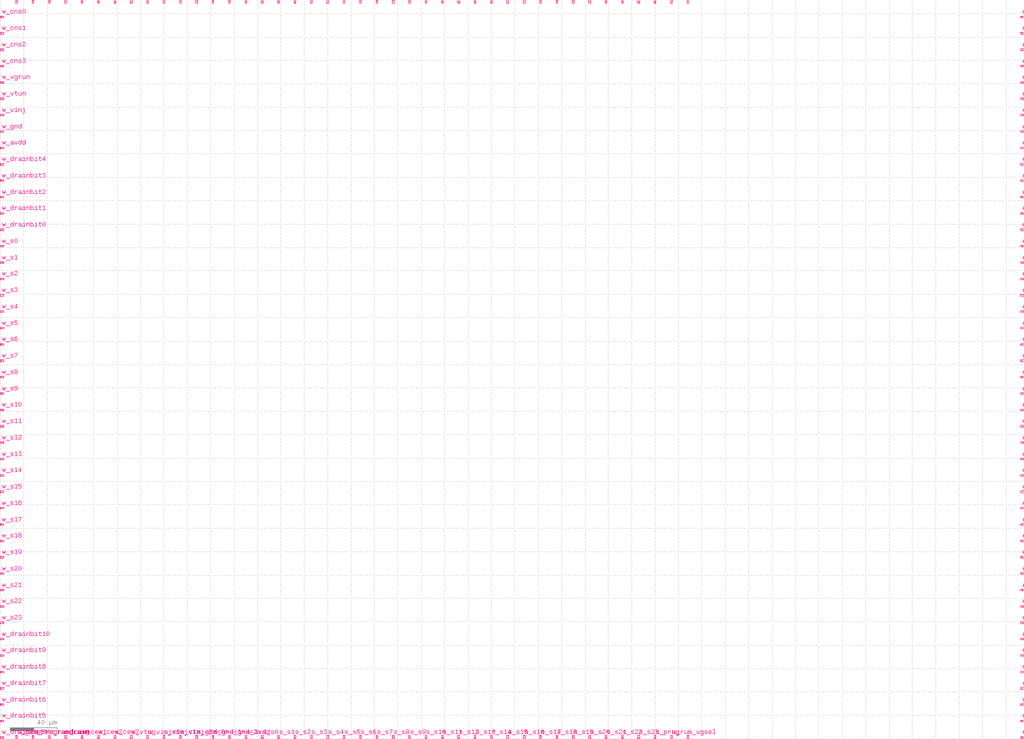
<source format=lef>
VERSION 5.5 ;
NAMESCASESENSITIVE ON ;
BUSBITCHARS "[]" ;
DIVIDERCHAR "/" ;

PROPERTYDEFINITIONS
  LAYER routingPitch REAL ;
END PROPERTYDEFINITIONS

UNITS
  DATABASE MICRONS 1000 ;
END UNITS
MANUFACTURINGGRID 0.01 ;
LAYER POLY1
  TYPE MASTERSLICE ;
END POLY1

LAYER CONT
  TYPE CUT ;
  SPACING 0.4 ;
END CONT

LAYER METAL1
  TYPE ROUTING ;
  DIRECTION HORIZONTAL ;
  PITCH 0 ;
  WIDTH 0.5 ;
  SPACING 0.45 ;
  PROPERTY routingPitch 1.25 ;
END METAL1

LAYER VIA12
  TYPE CUT ;
  SPACING 0.45 ;
END VIA12

LAYER METAL2
  TYPE ROUTING ;
  DIRECTION VERTICAL ;
  PITCH 0 ;
  WIDTH 0.6 ;
  SPACING 0.5 ;
  PROPERTY routingPitch 1.4 ;
END METAL2

LAYER VIA23
  TYPE CUT ;
  SPACING 0.45 ;
END VIA23

LAYER METAL3
  TYPE ROUTING ;
  DIRECTION HORIZONTAL ;
  PITCH 0 ;
  WIDTH 0.6 ;
  SPACING 0.5 ;
  PROPERTY routingPitch 1.25 ;
END METAL3

LAYER VIA34
  TYPE CUT ;
  SPACING 0.45 ;
END VIA34

LAYER METAL4
  TYPE ROUTING ;
  DIRECTION VERTICAL ;
  PITCH 0 ;
  WIDTH 0.6 ;
  SPACING 0.6 ;
  PROPERTY routingPitch 1.4 ;
END METAL4

LAYER OVERLAP
  TYPE OVERLAP ;
END OVERLAP

VIARULE M4_M3 GENERATE
  LAYER METAL3 ;
    ENCLOSURE 0.2 0.2 ;
  LAYER METAL4 ;
    ENCLOSURE 0.15 0.15 ;
  LAYER VIA34 ;
    RECT -0.25 -0.25 0.25 0.25 ;
    SPACING 1 BY 1 ;
END M4_M3

VIARULE M3_M2 GENERATE
  LAYER METAL2 ;
    ENCLOSURE 0.2 0.2 ;
  LAYER METAL3 ;
    ENCLOSURE 0.15 0.15 ;
  LAYER VIA23 ;
    RECT -0.25 -0.25 0.25 0.25 ;
    SPACING 1 BY 1 ;
END M3_M2

VIARULE M2_M1 GENERATE
  LAYER METAL1 ;
    ENCLOSURE 0.2 0.2 ;
  LAYER METAL2 ;
    ENCLOSURE 0.15 0.15 ;
  LAYER VIA12 ;
    RECT -0.25 -0.25 0.25 0.25 ;
    SPACING 1 BY 1 ;
END M2_M1

VIARULE M1_POLY1 GENERATE
  LAYER POLY1 ;
    ENCLOSURE 0.2 0.2 ;
  LAYER METAL1 ;
    ENCLOSURE 0.15 0.15 ;
  LAYER CONT ;
    RECT -0.2 -0.2 0.2 0.2 ;
    SPACING 1 BY 1 ;
END M1_POLY1

VIA M1_POLY1
  LAYER CONT ;
    RECT -0.2 -0.2 0.2 0.2 ;
  LAYER POLY1 ;
    RECT -0.4 -0.4 0.4 0.4 ;
  LAYER METAL1 ;
    RECT -0.35 -0.35 0.35 0.35 ;
END M1_POLY1

VIA M2_M1
  LAYER VIA12 ;
    RECT -0.25 -0.25 0.25 0.25 ;
  LAYER METAL2 ;
    RECT -0.4 -0.4 0.4 0.4 ;
  LAYER METAL1 ;
    RECT -0.45 -0.45 0.45 0.45 ;
END M2_M1

VIA M3_M2
  LAYER VIA23 ;
    RECT -0.25 -0.25 0.25 0.25 ;
  LAYER METAL3 ;
    RECT -0.4 -0.4 0.4 0.4 ;
  LAYER METAL2 ;
    RECT -0.45 -0.45 0.45 0.45 ;
END M3_M2

VIA M4_M3
  LAYER VIA34 ;
    RECT -0.25 -0.25 0.25 0.25 ;
  LAYER METAL4 ;
    RECT -0.4 -0.4 0.4 0.4 ;
  LAYER METAL3 ;
    RECT -0.45 -0.45 0.45 0.45 ;
END M4_M3


MACRO cab1
  PIN n_gateEN
    DIRECTION INOUT ;
    USE SIGNAL ;
    PORT
      LAYER METAL3 ;
        RECT 13.3 564.59 14.7 567.39 ;
    END
  END n_gateEN
  PIN n_programdrain
    DIRECTION INOUT ;
    USE SIGNAL ;
    PORT
      LAYER METAL3 ;
        RECT 27.3 564.59 28.7 567.39 ;
    END
  END n_programdrain
  PIN n_rundrain
    DIRECTION INOUT ;
    USE SIGNAL ;
    PORT
      LAYER METAL3 ;
        RECT 41.3 564.59 42.7 567.39 ;
    END
  END n_rundrain
  PIN n_cew0
    DIRECTION INOUT ;
    USE SIGNAL ;
    PORT
      LAYER METAL3 ;
        RECT 55.3 564.59 56.7 567.39 ;
    END
  END n_cew0
  PIN n_cew1
    DIRECTION INOUT ;
    USE SIGNAL ;
    PORT
      LAYER METAL3 ;
        RECT 69.3 564.59 70.7 567.39 ;
    END
  END n_cew1
  PIN n_cew2
    DIRECTION INOUT ;
    USE SIGNAL ;
    PORT
      LAYER METAL3 ;
        RECT 83.3 564.59 84.7 567.39 ;
    END
  END n_cew2
  PIN n_cew3
    DIRECTION INOUT ;
    USE SIGNAL ;
    PORT
      LAYER METAL3 ;
        RECT 97.3 564.59 98.7 567.39 ;
    END
  END n_cew3
  PIN n_vtun
    DIRECTION INOUT ;
    USE SIGNAL ;
    PORT
      LAYER METAL3 ;
        RECT 111.3 564.59 112.7 567.39 ;
    END
  END n_vtun
  PIN n_vinj<0>
    DIRECTION INOUT ;
    USE SIGNAL ;
    PORT
      LAYER METAL3 ;
        RECT 125.3 564.59 126.7 567.39 ;
    END
  END n_vinj<0>
  PIN n_vinj<1>
    DIRECTION INOUT ;
    USE SIGNAL ;
    PORT
      LAYER METAL3 ;
        RECT 139.3 564.59 140.7 567.39 ;
    END
  END n_vinj<1>
  PIN n_vinj<2>
    DIRECTION INOUT ;
    USE SIGNAL ;
    PORT
      LAYER METAL3 ;
        RECT 153.3 564.59 154.7 567.39 ;
    END
  END n_vinj<2>
  PIN n_gnd<0>
    DIRECTION INOUT ;
    USE SIGNAL ;
    PORT
      LAYER METAL3 ;
        RECT 167.3 564.59 168.7 567.39 ;
    END
  END n_gnd<0>
  PIN n_gnd<1>
    DIRECTION INOUT ;
    USE SIGNAL ;
    PORT
      LAYER METAL3 ;
        RECT 181.3 564.59 182.7 567.39 ;
    END
  END n_gnd<1>
  PIN n_gnd<2>
    DIRECTION INOUT ;
    USE SIGNAL ;
    PORT
      LAYER METAL3 ;
        RECT 195.3 564.59 196.7 567.39 ;
    END
  END n_gnd<2>
  PIN n_avdd
    DIRECTION INOUT ;
    USE SIGNAL ;
    PORT
      LAYER METAL3 ;
        RECT 209.3 564.59 210.7 567.39 ;
    END
  END n_avdd
  PIN n_s0
    DIRECTION INOUT ;
    USE SIGNAL ;
    PORT
      LAYER METAL3 ;
        RECT 223.3 564.59 224.7 567.39 ;
    END
  END n_s0
  PIN n_s1
    DIRECTION INOUT ;
    USE SIGNAL ;
    PORT
      LAYER METAL3 ;
        RECT 237.3 564.59 238.7 567.39 ;
    END
  END n_s1
  PIN n_s2
    DIRECTION INOUT ;
    USE SIGNAL ;
    PORT
      LAYER METAL3 ;
        RECT 251.3 564.59 252.7 567.39 ;
    END
  END n_s2
  PIN n_s3
    DIRECTION INOUT ;
    USE SIGNAL ;
    PORT
      LAYER METAL3 ;
        RECT 265.3 564.59 266.7 567.39 ;
    END
  END n_s3
  PIN n_s4
    DIRECTION INOUT ;
    USE SIGNAL ;
    PORT
      LAYER METAL3 ;
        RECT 279.3 564.59 280.7 567.39 ;
    END
  END n_s4
  PIN n_s5
    DIRECTION INOUT ;
    USE SIGNAL ;
    PORT
      LAYER METAL3 ;
        RECT 293.3 564.59 294.7 567.39 ;
    END
  END n_s5
  PIN n_s6
    DIRECTION INOUT ;
    USE SIGNAL ;
    PORT
      LAYER METAL3 ;
        RECT 307.3 564.59 308.7 567.39 ;
    END
  END n_s6
  PIN n_s7
    DIRECTION INOUT ;
    USE SIGNAL ;
    PORT
      LAYER METAL3 ;
        RECT 321.3 564.59 322.7 567.39 ;
    END
  END n_s7
  PIN n_s8
    DIRECTION INOUT ;
    USE SIGNAL ;
    PORT
      LAYER METAL3 ;
        RECT 335.3 564.59 336.7 567.39 ;
    END
  END n_s8
  PIN n_s9
    DIRECTION INOUT ;
    USE SIGNAL ;
    PORT
      LAYER METAL3 ;
        RECT 349.3 564.59 350.7 567.39 ;
    END
  END n_s9
  PIN n_s10
    DIRECTION INOUT ;
    USE SIGNAL ;
    PORT
      LAYER METAL3 ;
        RECT 363.3 564.59 364.7 567.39 ;
    END
  END n_s10
  PIN n_s11
    DIRECTION INOUT ;
    USE SIGNAL ;
    PORT
      LAYER METAL3 ;
        RECT 377.3 564.59 378.7 567.39 ;
    END
  END n_s11
  PIN n_prog
    DIRECTION INOUT ;
    USE SIGNAL ;
    PORT
      LAYER METAL3 ;
        RECT 391.3 564.59 392.7 567.39 ;
    END
  END n_prog
  PIN n_run
    DIRECTION INOUT ;
    USE SIGNAL ;
    PORT
      LAYER METAL3 ;
        RECT 405.3 564.59 406.7 567.39 ;
    END
  END n_run
  PIN n_vgsel
    DIRECTION INOUT ;
    USE SIGNAL ;
    PORT
      LAYER METAL3 ;
        RECT 419.3 564.59 420.7 567.39 ;
    END
  END n_vgsel
  PIN e_cns0
    DIRECTION INOUT ;
    USE SIGNAL ;
    PORT
      LAYER METAL3 ;
        RECT 872.65 551.99 875.45 553.39 ;
    END
  END e_cns0
  PIN e_cns1
    DIRECTION INOUT ;
    USE SIGNAL ;
    PORT
      LAYER METAL3 ;
        RECT 872.65 537.99 875.45 539.39 ;
    END
  END e_cns1
  PIN e_cns2
    DIRECTION INOUT ;
    USE SIGNAL ;
    PORT
      LAYER METAL3 ;
        RECT 872.65 523.99 875.45 525.39 ;
    END
  END e_cns2
  PIN e_cns3
    DIRECTION INOUT ;
    USE SIGNAL ;
    PORT
      LAYER METAL3 ;
        RECT 872.65 509.99 875.45 511.39 ;
    END
  END e_cns3
  PIN e_vgrun
    DIRECTION INOUT ;
    USE SIGNAL ;
    PORT
      LAYER METAL3 ;
        RECT 872.65 495.99 875.45 497.39 ;
    END
  END e_vgrun
  PIN e_vtun
    DIRECTION INOUT ;
    USE SIGNAL ;
    PORT
      LAYER METAL3 ;
        RECT 872.65 481.99 875.45 483.39 ;
    END
  END e_vtun
  PIN e_vinj
    DIRECTION INOUT ;
    USE SIGNAL ;
    PORT
      LAYER METAL3 ;
        RECT 872.65 467.99 875.45 469.39 ;
    END
  END e_vinj
  PIN e_gnd
    DIRECTION INOUT ;
    USE SIGNAL ;
    PORT
      LAYER METAL3 ;
        RECT 872.65 453.99 875.45 455.39 ;
    END
  END e_gnd
  PIN e_avdd
    DIRECTION INOUT ;
    USE SIGNAL ;
    PORT
      LAYER METAL3 ;
        RECT 872.65 439.99 875.45 441.39 ;
    END
  END e_avdd
  PIN e_drainbit3
    DIRECTION INOUT ;
    USE SIGNAL ;
    PORT
      LAYER METAL3 ;
        RECT 872.65 425.99 875.45 427.39 ;
    END
  END e_drainbit3
  PIN e_drainbit2
    DIRECTION INOUT ;
    USE SIGNAL ;
    PORT
      LAYER METAL3 ;
        RECT 872.65 411.99 875.45 413.39 ;
    END
  END e_drainbit2
  PIN e_drainbit1
    DIRECTION INOUT ;
    USE SIGNAL ;
    PORT
      LAYER METAL3 ;
        RECT 872.65 397.99 875.45 399.39 ;
    END
  END e_drainbit1
  PIN e_drainbit0
    DIRECTION INOUT ;
    USE SIGNAL ;
    PORT
      LAYER METAL3 ;
        RECT 872.65 383.99 875.45 385.39 ;
    END
  END e_drainbit0
  PIN e_s0
    DIRECTION INOUT ;
    USE SIGNAL ;
    PORT
      LAYER METAL3 ;
        RECT 872.65 369.99 875.45 371.39 ;
    END
  END e_s0
  PIN e_s1
    DIRECTION INOUT ;
    USE SIGNAL ;
    PORT
      LAYER METAL3 ;
        RECT 872.65 355.99 875.45 357.39 ;
    END
  END e_s1
  PIN e_s2
    DIRECTION INOUT ;
    USE SIGNAL ;
    PORT
      LAYER METAL3 ;
        RECT 872.65 341.99 875.45 343.39 ;
    END
  END e_s2
  PIN e_s3
    DIRECTION INOUT ;
    USE SIGNAL ;
    PORT
      LAYER METAL3 ;
        RECT 872.65 327.99 875.45 329.39 ;
    END
  END e_s3
  PIN e_s4
    DIRECTION INOUT ;
    USE SIGNAL ;
    PORT
      LAYER METAL3 ;
        RECT 872.65 313.99 875.45 315.39 ;
    END
  END e_s4
  PIN e_s5
    DIRECTION INOUT ;
    USE SIGNAL ;
    PORT
      LAYER METAL3 ;
        RECT 872.65 299.99 875.45 301.39 ;
    END
  END e_s5
  PIN e_s6
    DIRECTION INOUT ;
    USE SIGNAL ;
    PORT
      LAYER METAL3 ;
        RECT 872.65 285.99 875.45 287.39 ;
    END
  END e_s6
  PIN e_s7
    DIRECTION INOUT ;
    USE SIGNAL ;
    PORT
      LAYER METAL3 ;
        RECT 872.65 271.99 875.45 273.39 ;
    END
  END e_s7
  PIN e_s8
    DIRECTION INOUT ;
    USE SIGNAL ;
    PORT
      LAYER METAL3 ;
        RECT 872.65 257.99 875.45 259.39 ;
    END
  END e_s8
  PIN e_s9
    DIRECTION INOUT ;
    USE SIGNAL ;
    PORT
      LAYER METAL3 ;
        RECT 872.65 243.99 875.45 245.39 ;
    END
  END e_s9
  PIN e_s10
    DIRECTION INOUT ;
    USE SIGNAL ;
    PORT
      LAYER METAL3 ;
        RECT 872.65 229.99 875.45 231.39 ;
    END
  END e_s10
  PIN e_s11
    DIRECTION INOUT ;
    USE SIGNAL ;
    PORT
      LAYER METAL3 ;
        RECT 872.65 215.99 875.45 217.39 ;
    END
  END e_s11
  PIN e_drainbit9
    DIRECTION INOUT ;
    USE SIGNAL ;
    PORT
      LAYER METAL3 ;
        RECT 872.65 201.99 875.45 203.39 ;
    END
  END e_drainbit9
  PIN e_drainbit8
    DIRECTION INOUT ;
    USE SIGNAL ;
    PORT
      LAYER METAL3 ;
        RECT 872.65 187.99 875.45 189.39 ;
    END
  END e_drainbit8
  PIN e_drainbit7
    DIRECTION INOUT ;
    USE SIGNAL ;
    PORT
      LAYER METAL3 ;
        RECT 872.65 173.99 875.45 175.39 ;
    END
  END e_drainbit7
  PIN e_drainbit6
    DIRECTION INOUT ;
    USE SIGNAL ;
    PORT
      LAYER METAL3 ;
        RECT 872.65 159.99 875.45 161.39 ;
    END
  END e_drainbit6
  PIN e_drainbit5
    DIRECTION INOUT ;
    USE SIGNAL ;
    PORT
      LAYER METAL3 ;
        RECT 872.65 145.99 875.45 147.39 ;
    END
  END e_drainbit5
  PIN e_drainbit4
    DIRECTION INOUT ;
    USE SIGNAL ;
    PORT
      LAYER METAL3 ;
        RECT 872.65 131.99 875.45 133.39 ;
    END
  END e_drainbit4
  PIN e_drainEN
    DIRECTION INOUT ;
    USE SIGNAL ;
    PORT
      LAYER METAL3 ;
        RECT 872.65 117.99 875.45 119.39 ;
    END
  END e_drainEN
  PIN s_gateEN
    DIRECTION INOUT ;
    USE SIGNAL ;
    PORT
      LAYER METAL3 ;
        RECT 13.3 0.0 14.7 2.8 ;
    END
  END s_gateEN
  PIN s_programdrain
    DIRECTION INOUT ;
    USE SIGNAL ;
    PORT
      LAYER METAL3 ;
        RECT 27.3 0.0 28.7 2.8 ;
    END
  END s_programdrain
  PIN s_rundrain
    DIRECTION INOUT ;
    USE SIGNAL ;
    PORT
      LAYER METAL3 ;
        RECT 41.3 0.0 42.7 2.8 ;
    END
  END s_rundrain
  PIN s_cew0
    DIRECTION INOUT ;
    USE SIGNAL ;
    PORT
      LAYER METAL3 ;
        RECT 55.3 0.0 56.7 2.8 ;
    END
  END s_cew0
  PIN s_cew1
    DIRECTION INOUT ;
    USE SIGNAL ;
    PORT
      LAYER METAL3 ;
        RECT 69.3 0.0 70.7 2.8 ;
    END
  END s_cew1
  PIN s_cew2
    DIRECTION INOUT ;
    USE SIGNAL ;
    PORT
      LAYER METAL3 ;
        RECT 83.3 0.0 84.7 2.8 ;
    END
  END s_cew2
  PIN s_cew3
    DIRECTION INOUT ;
    USE SIGNAL ;
    PORT
      LAYER METAL3 ;
        RECT 97.3 0.0 98.7 2.8 ;
    END
  END s_cew3
  PIN s_vtun
    DIRECTION INOUT ;
    USE SIGNAL ;
    PORT
      LAYER METAL3 ;
        RECT 111.3 0.0 112.7 2.8 ;
    END
  END s_vtun
  PIN s_vinj<0>
    DIRECTION INOUT ;
    USE SIGNAL ;
    PORT
      LAYER METAL3 ;
        RECT 125.3 0.0 126.7 2.8 ;
    END
  END s_vinj<0>
  PIN s_vinj<1>
    DIRECTION INOUT ;
    USE SIGNAL ;
    PORT
      LAYER METAL3 ;
        RECT 139.3 0.0 140.7 2.8 ;
    END
  END s_vinj<1>
  PIN s_vinj<2>
    DIRECTION INOUT ;
    USE SIGNAL ;
    PORT
      LAYER METAL3 ;
        RECT 153.3 0.0 154.7 2.8 ;
    END
  END s_vinj<2>
  PIN s_gnd<0>
    DIRECTION INOUT ;
    USE SIGNAL ;
    PORT
      LAYER METAL3 ;
        RECT 167.3 0.0 168.7 2.8 ;
    END
  END s_gnd<0>
  PIN s_gnd<1>
    DIRECTION INOUT ;
    USE SIGNAL ;
    PORT
      LAYER METAL3 ;
        RECT 181.3 0.0 182.7 2.8 ;
    END
  END s_gnd<1>
  PIN s_gnd<2>
    DIRECTION INOUT ;
    USE SIGNAL ;
    PORT
      LAYER METAL3 ;
        RECT 195.3 0.0 196.7 2.8 ;
    END
  END s_gnd<2>
  PIN s_avdd
    DIRECTION INOUT ;
    USE SIGNAL ;
    PORT
      LAYER METAL3 ;
        RECT 209.3 0.0 210.7 2.8 ;
    END
  END s_avdd
  PIN s_s0
    DIRECTION INOUT ;
    USE SIGNAL ;
    PORT
      LAYER METAL3 ;
        RECT 223.3 0.0 224.7 2.8 ;
    END
  END s_s0
  PIN s_s1
    DIRECTION INOUT ;
    USE SIGNAL ;
    PORT
      LAYER METAL3 ;
        RECT 237.3 0.0 238.7 2.8 ;
    END
  END s_s1
  PIN s_s2
    DIRECTION INOUT ;
    USE SIGNAL ;
    PORT
      LAYER METAL3 ;
        RECT 251.3 0.0 252.7 2.8 ;
    END
  END s_s2
  PIN s_s3
    DIRECTION INOUT ;
    USE SIGNAL ;
    PORT
      LAYER METAL3 ;
        RECT 265.3 0.0 266.7 2.8 ;
    END
  END s_s3
  PIN s_s4
    DIRECTION INOUT ;
    USE SIGNAL ;
    PORT
      LAYER METAL3 ;
        RECT 279.3 0.0 280.7 2.8 ;
    END
  END s_s4
  PIN s_s5
    DIRECTION INOUT ;
    USE SIGNAL ;
    PORT
      LAYER METAL3 ;
        RECT 293.3 0.0 294.7 2.8 ;
    END
  END s_s5
  PIN s_s6
    DIRECTION INOUT ;
    USE SIGNAL ;
    PORT
      LAYER METAL3 ;
        RECT 307.3 0.0 308.7 2.8 ;
    END
  END s_s6
  PIN s_s7
    DIRECTION INOUT ;
    USE SIGNAL ;
    PORT
      LAYER METAL3 ;
        RECT 321.3 0.0 322.7 2.8 ;
    END
  END s_s7
  PIN s_s8
    DIRECTION INOUT ;
    USE SIGNAL ;
    PORT
      LAYER METAL3 ;
        RECT 335.3 0.0 336.7 2.8 ;
    END
  END s_s8
  PIN s_s9
    DIRECTION INOUT ;
    USE SIGNAL ;
    PORT
      LAYER METAL3 ;
        RECT 349.3 0.0 350.7 2.8 ;
    END
  END s_s9
  PIN s_s10
    DIRECTION INOUT ;
    USE SIGNAL ;
    PORT
      LAYER METAL3 ;
        RECT 363.3 0.0 364.7 2.8 ;
    END
  END s_s10
  PIN s_s11
    DIRECTION INOUT ;
    USE SIGNAL ;
    PORT
      LAYER METAL3 ;
        RECT 377.3 0.0 378.7 2.8 ;
    END
  END s_s11
  PIN s_prog
    DIRECTION INOUT ;
    USE SIGNAL ;
    PORT
      LAYER METAL3 ;
        RECT 391.3 0.0 392.7 2.8 ;
    END
  END s_prog
  PIN s_run
    DIRECTION INOUT ;
    USE SIGNAL ;
    PORT
      LAYER METAL3 ;
        RECT 405.3 0.0 406.7 2.8 ;
    END
  END s_run
  PIN s_vgsel
    DIRECTION INOUT ;
    USE SIGNAL ;
    PORT
      LAYER METAL3 ;
        RECT 419.3 0.0 420.7 2.8 ;
    END
  END s_vgsel
  PIN w_cns0
    DIRECTION INOUT ;
    USE SIGNAL ;
    PORT
      LAYER METAL3 ;
        RECT 0.0 551.99 2.8 553.39 ;
    END
  END w_cns0
  PIN w_cns1
    DIRECTION INOUT ;
    USE SIGNAL ;
    PORT
      LAYER METAL3 ;
        RECT 0.0 537.99 2.8 539.39 ;
    END
  END w_cns1
  PIN w_cns2
    DIRECTION INOUT ;
    USE SIGNAL ;
    PORT
      LAYER METAL3 ;
        RECT 0.0 523.99 2.8 525.39 ;
    END
  END w_cns2
  PIN w_cns3
    DIRECTION INOUT ;
    USE SIGNAL ;
    PORT
      LAYER METAL3 ;
        RECT 0.0 509.99 2.8 511.39 ;
    END
  END w_cns3
  PIN w_vgrun
    DIRECTION INOUT ;
    USE SIGNAL ;
    PORT
      LAYER METAL3 ;
        RECT 0.0 495.99 2.8 497.39 ;
    END
  END w_vgrun
  PIN w_vtun
    DIRECTION INOUT ;
    USE SIGNAL ;
    PORT
      LAYER METAL3 ;
        RECT 0.0 481.99 2.8 483.39 ;
    END
  END w_vtun
  PIN w_vinj
    DIRECTION INOUT ;
    USE SIGNAL ;
    PORT
      LAYER METAL3 ;
        RECT 0.0 467.99 2.8 469.39 ;
    END
  END w_vinj
  PIN w_gnd
    DIRECTION INOUT ;
    USE SIGNAL ;
    PORT
      LAYER METAL3 ;
        RECT 0.0 453.99 2.8 455.39 ;
    END
  END w_gnd
  PIN w_avdd
    DIRECTION INOUT ;
    USE SIGNAL ;
    PORT
      LAYER METAL3 ;
        RECT 0.0 439.99 2.8 441.39 ;
    END
  END w_avdd
  PIN w_drainbit3
    DIRECTION INOUT ;
    USE SIGNAL ;
    PORT
      LAYER METAL3 ;
        RECT 0.0 425.99 2.8 427.39 ;
    END
  END w_drainbit3
  PIN w_drainbit2
    DIRECTION INOUT ;
    USE SIGNAL ;
    PORT
      LAYER METAL3 ;
        RECT 0.0 411.99 2.8 413.39 ;
    END
  END w_drainbit2
  PIN w_drainbit1
    DIRECTION INOUT ;
    USE SIGNAL ;
    PORT
      LAYER METAL3 ;
        RECT 0.0 397.99 2.8 399.39 ;
    END
  END w_drainbit1
  PIN w_drainbit0
    DIRECTION INOUT ;
    USE SIGNAL ;
    PORT
      LAYER METAL3 ;
        RECT 0.0 383.99 2.8 385.39 ;
    END
  END w_drainbit0
  PIN w_s0
    DIRECTION INOUT ;
    USE SIGNAL ;
    PORT
      LAYER METAL3 ;
        RECT 0.0 369.99 2.8 371.39 ;
    END
  END w_s0
  PIN w_s1
    DIRECTION INOUT ;
    USE SIGNAL ;
    PORT
      LAYER METAL3 ;
        RECT 0.0 355.99 2.8 357.39 ;
    END
  END w_s1
  PIN w_s2
    DIRECTION INOUT ;
    USE SIGNAL ;
    PORT
      LAYER METAL3 ;
        RECT 0.0 341.99 2.8 343.39 ;
    END
  END w_s2
  PIN w_s3
    DIRECTION INOUT ;
    USE SIGNAL ;
    PORT
      LAYER METAL3 ;
        RECT 0.0 327.99 2.8 329.39 ;
    END
  END w_s3
  PIN w_s4
    DIRECTION INOUT ;
    USE SIGNAL ;
    PORT
      LAYER METAL3 ;
        RECT 0.0 313.99 2.8 315.39 ;
    END
  END w_s4
  PIN w_s5
    DIRECTION INOUT ;
    USE SIGNAL ;
    PORT
      LAYER METAL3 ;
        RECT 0.0 299.99 2.8 301.39 ;
    END
  END w_s5
  PIN w_s6
    DIRECTION INOUT ;
    USE SIGNAL ;
    PORT
      LAYER METAL3 ;
        RECT 0.0 285.99 2.8 287.39 ;
    END
  END w_s6
  PIN w_s7
    DIRECTION INOUT ;
    USE SIGNAL ;
    PORT
      LAYER METAL3 ;
        RECT 0.0 271.99 2.8 273.39 ;
    END
  END w_s7
  PIN w_s8
    DIRECTION INOUT ;
    USE SIGNAL ;
    PORT
      LAYER METAL3 ;
        RECT 0.0 257.99 2.8 259.39 ;
    END
  END w_s8
  PIN w_s9
    DIRECTION INOUT ;
    USE SIGNAL ;
    PORT
      LAYER METAL3 ;
        RECT 0.0 243.99 2.8 245.39 ;
    END
  END w_s9
  PIN w_s10
    DIRECTION INOUT ;
    USE SIGNAL ;
    PORT
      LAYER METAL3 ;
        RECT 0.0 229.99 2.8 231.39 ;
    END
  END w_s10
  PIN w_s11
    DIRECTION INOUT ;
    USE SIGNAL ;
    PORT
      LAYER METAL3 ;
        RECT 0.0 215.99 2.8 217.39 ;
    END
  END w_s11
  PIN w_drainbit9
    DIRECTION INOUT ;
    USE SIGNAL ;
    PORT
      LAYER METAL3 ;
        RECT 0.0 201.99 2.8 203.39 ;
    END
  END w_drainbit9
  PIN w_drainbit8
    DIRECTION INOUT ;
    USE SIGNAL ;
    PORT
      LAYER METAL3 ;
        RECT 0.0 187.99 2.8 189.39 ;
    END
  END w_drainbit8
  PIN w_drainbit7
    DIRECTION INOUT ;
    USE SIGNAL ;
    PORT
      LAYER METAL3 ;
        RECT 0.0 173.99 2.8 175.39 ;
    END
  END w_drainbit7
  PIN w_drainbit6
    DIRECTION INOUT ;
    USE SIGNAL ;
    PORT
      LAYER METAL3 ;
        RECT 0.0 159.99 2.8 161.39 ;
    END
  END w_drainbit6
  PIN w_drainbit5
    DIRECTION INOUT ;
    USE SIGNAL ;
    PORT
      LAYER METAL3 ;
        RECT 0.0 145.99 2.8 147.39 ;
    END
  END w_drainbit5
  PIN w_drainbit4
    DIRECTION INOUT ;
    USE SIGNAL ;
    PORT
      LAYER METAL3 ;
        RECT 0.0 131.99 2.8 133.39 ;
    END
  END w_drainbit4
  PIN w_drainEN
    DIRECTION INOUT ;
    USE SIGNAL ;
    PORT
      LAYER METAL3 ;
        RECT 0.0 117.99 2.8 119.39 ;
    END
  END w_drainEN
END cab1

MACRO cab2
  PIN n_gateEN
    DIRECTION INOUT ;
    USE SIGNAL ;
    PORT
      LAYER METAL3 ;
        RECT 13.3 629.09 14.7 631.89 ;
    END
  END n_gateEN
  PIN n_programdrain
    DIRECTION INOUT ;
    USE SIGNAL ;
    PORT
      LAYER METAL3 ;
        RECT 27.3 629.09 28.7 631.89 ;
    END
  END n_programdrain
  PIN n_rundrain
    DIRECTION INOUT ;
    USE SIGNAL ;
    PORT
      LAYER METAL3 ;
        RECT 41.3 629.09 42.7 631.89 ;
    END
  END n_rundrain
  PIN n_cew0
    DIRECTION INOUT ;
    USE SIGNAL ;
    PORT
      LAYER METAL3 ;
        RECT 55.3 629.09 56.7 631.89 ;
    END
  END n_cew0
  PIN n_cew1
    DIRECTION INOUT ;
    USE SIGNAL ;
    PORT
      LAYER METAL3 ;
        RECT 69.3 629.09 70.7 631.89 ;
    END
  END n_cew1
  PIN n_cew2
    DIRECTION INOUT ;
    USE SIGNAL ;
    PORT
      LAYER METAL3 ;
        RECT 83.3 629.09 84.7 631.89 ;
    END
  END n_cew2
  PIN n_cew3
    DIRECTION INOUT ;
    USE SIGNAL ;
    PORT
      LAYER METAL3 ;
        RECT 97.3 629.09 98.7 631.89 ;
    END
  END n_cew3
  PIN n_vtun
    DIRECTION INOUT ;
    USE SIGNAL ;
    PORT
      LAYER METAL3 ;
        RECT 111.3 629.09 112.7 631.89 ;
    END
  END n_vtun
  PIN n_vinj<0>
    DIRECTION INOUT ;
    USE SIGNAL ;
    PORT
      LAYER METAL3 ;
        RECT 125.3 629.09 126.7 631.89 ;
    END
  END n_vinj<0>
  PIN n_vinj<1>
    DIRECTION INOUT ;
    USE SIGNAL ;
    PORT
      LAYER METAL3 ;
        RECT 139.3 629.09 140.7 631.89 ;
    END
  END n_vinj<1>
  PIN n_vinj<2>
    DIRECTION INOUT ;
    USE SIGNAL ;
    PORT
      LAYER METAL3 ;
        RECT 153.3 629.09 154.7 631.89 ;
    END
  END n_vinj<2>
  PIN n_gnd<0>
    DIRECTION INOUT ;
    USE SIGNAL ;
    PORT
      LAYER METAL3 ;
        RECT 167.3 629.09 168.7 631.89 ;
    END
  END n_gnd<0>
  PIN n_gnd<1>
    DIRECTION INOUT ;
    USE SIGNAL ;
    PORT
      LAYER METAL3 ;
        RECT 181.3 629.09 182.7 631.89 ;
    END
  END n_gnd<1>
  PIN n_gnd<2>
    DIRECTION INOUT ;
    USE SIGNAL ;
    PORT
      LAYER METAL3 ;
        RECT 195.3 629.09 196.7 631.89 ;
    END
  END n_gnd<2>
  PIN n_avdd
    DIRECTION INOUT ;
    USE SIGNAL ;
    PORT
      LAYER METAL3 ;
        RECT 209.3 629.09 210.7 631.89 ;
    END
  END n_avdd
  PIN n_s0
    DIRECTION INOUT ;
    USE SIGNAL ;
    PORT
      LAYER METAL3 ;
        RECT 223.3 629.09 224.7 631.89 ;
    END
  END n_s0
  PIN n_s1
    DIRECTION INOUT ;
    USE SIGNAL ;
    PORT
      LAYER METAL3 ;
        RECT 237.3 629.09 238.7 631.89 ;
    END
  END n_s1
  PIN n_s2
    DIRECTION INOUT ;
    USE SIGNAL ;
    PORT
      LAYER METAL3 ;
        RECT 251.3 629.09 252.7 631.89 ;
    END
  END n_s2
  PIN n_s3
    DIRECTION INOUT ;
    USE SIGNAL ;
    PORT
      LAYER METAL3 ;
        RECT 265.3 629.09 266.7 631.89 ;
    END
  END n_s3
  PIN n_s4
    DIRECTION INOUT ;
    USE SIGNAL ;
    PORT
      LAYER METAL3 ;
        RECT 279.3 629.09 280.7 631.89 ;
    END
  END n_s4
  PIN n_s5
    DIRECTION INOUT ;
    USE SIGNAL ;
    PORT
      LAYER METAL3 ;
        RECT 293.3 629.09 294.7 631.89 ;
    END
  END n_s5
  PIN n_s6
    DIRECTION INOUT ;
    USE SIGNAL ;
    PORT
      LAYER METAL3 ;
        RECT 307.3 629.09 308.7 631.89 ;
    END
  END n_s6
  PIN n_s7
    DIRECTION INOUT ;
    USE SIGNAL ;
    PORT
      LAYER METAL3 ;
        RECT 321.3 629.09 322.7 631.89 ;
    END
  END n_s7
  PIN n_s8
    DIRECTION INOUT ;
    USE SIGNAL ;
    PORT
      LAYER METAL3 ;
        RECT 335.3 629.09 336.7 631.89 ;
    END
  END n_s8
  PIN n_s9
    DIRECTION INOUT ;
    USE SIGNAL ;
    PORT
      LAYER METAL3 ;
        RECT 349.3 629.09 350.7 631.89 ;
    END
  END n_s9
  PIN n_s10
    DIRECTION INOUT ;
    USE SIGNAL ;
    PORT
      LAYER METAL3 ;
        RECT 363.3 629.09 364.7 631.89 ;
    END
  END n_s10
  PIN n_s11
    DIRECTION INOUT ;
    USE SIGNAL ;
    PORT
      LAYER METAL3 ;
        RECT 377.3 629.09 378.7 631.89 ;
    END
  END n_s11
  PIN n_s12
    DIRECTION INOUT ;
    USE SIGNAL ;
    PORT
      LAYER METAL3 ;
        RECT 391.3 629.09 392.7 631.89 ;
    END
  END n_s12
  PIN n_s13
    DIRECTION INOUT ;
    USE SIGNAL ;
    PORT
      LAYER METAL3 ;
        RECT 405.3 629.09 406.7 631.89 ;
    END
  END n_s13
  PIN n_s14
    DIRECTION INOUT ;
    USE SIGNAL ;
    PORT
      LAYER METAL3 ;
        RECT 419.3 629.09 420.7 631.89 ;
    END
  END n_s14
  PIN n_s15
    DIRECTION INOUT ;
    USE SIGNAL ;
    PORT
      LAYER METAL3 ;
        RECT 433.3 629.09 434.7 631.89 ;
    END
  END n_s15
  PIN n_s16
    DIRECTION INOUT ;
    USE SIGNAL ;
    PORT
      LAYER METAL3 ;
        RECT 447.3 629.09 448.7 631.89 ;
    END
  END n_s16
  PIN n_s17
    DIRECTION INOUT ;
    USE SIGNAL ;
    PORT
      LAYER METAL3 ;
        RECT 461.3 629.09 462.7 631.89 ;
    END
  END n_s17
  PIN n_s18
    DIRECTION INOUT ;
    USE SIGNAL ;
    PORT
      LAYER METAL3 ;
        RECT 475.3 629.09 476.7 631.89 ;
    END
  END n_s18
  PIN n_s19
    DIRECTION INOUT ;
    USE SIGNAL ;
    PORT
      LAYER METAL3 ;
        RECT 489.3 629.09 490.7 631.89 ;
    END
  END n_s19
  PIN n_s20
    DIRECTION INOUT ;
    USE SIGNAL ;
    PORT
      LAYER METAL3 ;
        RECT 503.3 629.09 504.7 631.89 ;
    END
  END n_s20
  PIN n_s21
    DIRECTION INOUT ;
    USE SIGNAL ;
    PORT
      LAYER METAL3 ;
        RECT 517.3 629.09 518.7 631.89 ;
    END
  END n_s21
  PIN n_s22
    DIRECTION INOUT ;
    USE SIGNAL ;
    PORT
      LAYER METAL3 ;
        RECT 531.3 629.09 532.7 631.89 ;
    END
  END n_s22
  PIN n_s23
    DIRECTION INOUT ;
    USE SIGNAL ;
    PORT
      LAYER METAL3 ;
        RECT 545.3 629.09 546.7 631.89 ;
    END
  END n_s23
  PIN n_prog
    DIRECTION INOUT ;
    USE SIGNAL ;
    PORT
      LAYER METAL3 ;
        RECT 559.3 629.09 560.7 631.89 ;
    END
  END n_prog
  PIN n_run
    DIRECTION INOUT ;
    USE SIGNAL ;
    PORT
      LAYER METAL3 ;
        RECT 573.3 629.09 574.7 631.89 ;
    END
  END n_run
  PIN n_vgsel
    DIRECTION INOUT ;
    USE SIGNAL ;
    PORT
      LAYER METAL3 ;
        RECT 587.3 629.09 588.7 631.89 ;
    END
  END n_vgsel
  PIN e_cns0
    DIRECTION INOUT ;
    USE SIGNAL ;
    PORT
      LAYER METAL3 ;
        RECT 872.65 616.49 875.45 617.89 ;
    END
  END e_cns0
  PIN e_cns1
    DIRECTION INOUT ;
    USE SIGNAL ;
    PORT
      LAYER METAL3 ;
        RECT 872.65 602.49 875.45 603.89 ;
    END
  END e_cns1
  PIN e_cns2
    DIRECTION INOUT ;
    USE SIGNAL ;
    PORT
      LAYER METAL3 ;
        RECT 872.65 588.49 875.45 589.89 ;
    END
  END e_cns2
  PIN e_cns3
    DIRECTION INOUT ;
    USE SIGNAL ;
    PORT
      LAYER METAL3 ;
        RECT 872.65 574.49 875.45 575.89 ;
    END
  END e_cns3
  PIN e_vgrun
    DIRECTION INOUT ;
    USE SIGNAL ;
    PORT
      LAYER METAL3 ;
        RECT 872.65 560.49 875.45 561.89 ;
    END
  END e_vgrun
  PIN e_vtun
    DIRECTION INOUT ;
    USE SIGNAL ;
    PORT
      LAYER METAL3 ;
        RECT 872.65 546.49 875.45 547.89 ;
    END
  END e_vtun
  PIN e_vinj
    DIRECTION INOUT ;
    USE SIGNAL ;
    PORT
      LAYER METAL3 ;
        RECT 872.65 532.49 875.45 533.89 ;
    END
  END e_vinj
  PIN e_gnd
    DIRECTION INOUT ;
    USE SIGNAL ;
    PORT
      LAYER METAL3 ;
        RECT 872.65 518.49 875.45 519.89 ;
    END
  END e_gnd
  PIN e_avdd
    DIRECTION INOUT ;
    USE SIGNAL ;
    PORT
      LAYER METAL3 ;
        RECT 872.65 504.49 875.45 505.89 ;
    END
  END e_avdd
  PIN e_drainbit4
    DIRECTION INOUT ;
    USE SIGNAL ;
    PORT
      LAYER METAL3 ;
        RECT 872.65 490.49 875.45 491.89 ;
    END
  END e_drainbit4
  PIN e_drainbit3
    DIRECTION INOUT ;
    USE SIGNAL ;
    PORT
      LAYER METAL3 ;
        RECT 872.65 476.49 875.45 477.89 ;
    END
  END e_drainbit3
  PIN e_drainbit2
    DIRECTION INOUT ;
    USE SIGNAL ;
    PORT
      LAYER METAL3 ;
        RECT 872.65 462.49 875.45 463.89 ;
    END
  END e_drainbit2
  PIN e_drainbit1
    DIRECTION INOUT ;
    USE SIGNAL ;
    PORT
      LAYER METAL3 ;
        RECT 872.65 448.49 875.45 449.89 ;
    END
  END e_drainbit1
  PIN e_drainbit0
    DIRECTION INOUT ;
    USE SIGNAL ;
    PORT
      LAYER METAL3 ;
        RECT 872.65 434.49 875.45 435.89 ;
    END
  END e_drainbit0
  PIN e_s0
    DIRECTION INOUT ;
    USE SIGNAL ;
    PORT
      LAYER METAL3 ;
        RECT 872.65 420.49 875.45 421.89 ;
    END
  END e_s0
  PIN e_s1
    DIRECTION INOUT ;
    USE SIGNAL ;
    PORT
      LAYER METAL3 ;
        RECT 872.65 406.49 875.45 407.89 ;
    END
  END e_s1
  PIN e_s2
    DIRECTION INOUT ;
    USE SIGNAL ;
    PORT
      LAYER METAL3 ;
        RECT 872.65 392.49 875.45 393.89 ;
    END
  END e_s2
  PIN e_s3
    DIRECTION INOUT ;
    USE SIGNAL ;
    PORT
      LAYER METAL3 ;
        RECT 872.65 378.49 875.45 379.89 ;
    END
  END e_s3
  PIN e_s4
    DIRECTION INOUT ;
    USE SIGNAL ;
    PORT
      LAYER METAL3 ;
        RECT 872.65 364.49 875.45 365.89 ;
    END
  END e_s4
  PIN e_s5
    DIRECTION INOUT ;
    USE SIGNAL ;
    PORT
      LAYER METAL3 ;
        RECT 872.65 350.49 875.45 351.89 ;
    END
  END e_s5
  PIN e_s6
    DIRECTION INOUT ;
    USE SIGNAL ;
    PORT
      LAYER METAL3 ;
        RECT 872.65 336.49 875.45 337.89 ;
    END
  END e_s6
  PIN e_s7
    DIRECTION INOUT ;
    USE SIGNAL ;
    PORT
      LAYER METAL3 ;
        RECT 872.65 322.49 875.45 323.89 ;
    END
  END e_s7
  PIN e_s8
    DIRECTION INOUT ;
    USE SIGNAL ;
    PORT
      LAYER METAL3 ;
        RECT 872.65 308.49 875.45 309.89 ;
    END
  END e_s8
  PIN e_s9
    DIRECTION INOUT ;
    USE SIGNAL ;
    PORT
      LAYER METAL3 ;
        RECT 872.65 294.49 875.45 295.89 ;
    END
  END e_s9
  PIN e_s10
    DIRECTION INOUT ;
    USE SIGNAL ;
    PORT
      LAYER METAL3 ;
        RECT 872.65 280.49 875.45 281.89 ;
    END
  END e_s10
  PIN e_s11
    DIRECTION INOUT ;
    USE SIGNAL ;
    PORT
      LAYER METAL3 ;
        RECT 872.65 266.49 875.45 267.89 ;
    END
  END e_s11
  PIN e_s12
    DIRECTION INOUT ;
    USE SIGNAL ;
    PORT
      LAYER METAL3 ;
        RECT 872.65 252.49 875.45 253.89 ;
    END
  END e_s12
  PIN e_s13
    DIRECTION INOUT ;
    USE SIGNAL ;
    PORT
      LAYER METAL3 ;
        RECT 872.65 238.49 875.45 239.89 ;
    END
  END e_s13
  PIN e_s14
    DIRECTION INOUT ;
    USE SIGNAL ;
    PORT
      LAYER METAL3 ;
        RECT 872.65 224.49 875.45 225.89 ;
    END
  END e_s14
  PIN e_s15
    DIRECTION INOUT ;
    USE SIGNAL ;
    PORT
      LAYER METAL3 ;
        RECT 872.65 210.49 875.45 211.89 ;
    END
  END e_s15
  PIN e_s16
    DIRECTION INOUT ;
    USE SIGNAL ;
    PORT
      LAYER METAL3 ;
        RECT 872.65 196.49 875.45 197.89 ;
    END
  END e_s16
  PIN e_s17
    DIRECTION INOUT ;
    USE SIGNAL ;
    PORT
      LAYER METAL3 ;
        RECT 872.65 182.49 875.45 183.89 ;
    END
  END e_s17
  PIN e_s18
    DIRECTION INOUT ;
    USE SIGNAL ;
    PORT
      LAYER METAL3 ;
        RECT 872.65 168.49 875.45 169.89 ;
    END
  END e_s18
  PIN e_s19
    DIRECTION INOUT ;
    USE SIGNAL ;
    PORT
      LAYER METAL3 ;
        RECT 872.65 154.49 875.45 155.89 ;
    END
  END e_s19
  PIN e_s20
    DIRECTION INOUT ;
    USE SIGNAL ;
    PORT
      LAYER METAL3 ;
        RECT 872.65 140.49 875.45 141.89 ;
    END
  END e_s20
  PIN e_s21
    DIRECTION INOUT ;
    USE SIGNAL ;
    PORT
      LAYER METAL3 ;
        RECT 872.65 126.49 875.45 127.89 ;
    END
  END e_s21
  PIN e_s22
    DIRECTION INOUT ;
    USE SIGNAL ;
    PORT
      LAYER METAL3 ;
        RECT 872.65 112.49 875.45 113.89 ;
    END
  END e_s22
  PIN e_s23
    DIRECTION INOUT ;
    USE SIGNAL ;
    PORT
      LAYER METAL3 ;
        RECT 872.65 98.49 875.45 99.89 ;
    END
  END e_s23
  PIN e_drainbit10
    DIRECTION INOUT ;
    USE SIGNAL ;
    PORT
      LAYER METAL3 ;
        RECT 872.65 84.49 875.45 85.89 ;
    END
  END e_drainbit10
  PIN e_drainbit9
    DIRECTION INOUT ;
    USE SIGNAL ;
    PORT
      LAYER METAL3 ;
        RECT 872.65 70.49 875.45 71.89 ;
    END
  END e_drainbit9
  PIN e_drainbit8
    DIRECTION INOUT ;
    USE SIGNAL ;
    PORT
      LAYER METAL3 ;
        RECT 872.65 56.49 875.45 57.89 ;
    END
  END e_drainbit8
  PIN e_drainbit7
    DIRECTION INOUT ;
    USE SIGNAL ;
    PORT
      LAYER METAL3 ;
        RECT 872.65 42.49 875.45 43.89 ;
    END
  END e_drainbit7
  PIN e_drainbit6
    DIRECTION INOUT ;
    USE SIGNAL ;
    PORT
      LAYER METAL3 ;
        RECT 872.65 28.49 875.45 29.89 ;
    END
  END e_drainbit6
  PIN e_drainbit5
    DIRECTION INOUT ;
    USE SIGNAL ;
    PORT
      LAYER METAL3 ;
        RECT 872.65 14.49 875.45 15.89 ;
    END
  END e_drainbit5
  PIN e_drainEN
    DIRECTION INOUT ;
    USE SIGNAL ;
    PORT
      LAYER METAL3 ;
        RECT 872.65 0.49 875.45 1.89 ;
    END
  END e_drainEN
  PIN s_gateEN
    DIRECTION INOUT ;
    USE SIGNAL ;
    PORT
      LAYER METAL3 ;
        RECT 13.3 0.0 14.7 2.8 ;
    END
  END s_gateEN
  PIN s_programdrain
    DIRECTION INOUT ;
    USE SIGNAL ;
    PORT
      LAYER METAL3 ;
        RECT 27.3 0.0 28.7 2.8 ;
    END
  END s_programdrain
  PIN s_rundrain
    DIRECTION INOUT ;
    USE SIGNAL ;
    PORT
      LAYER METAL3 ;
        RECT 41.3 0.0 42.7 2.8 ;
    END
  END s_rundrain
  PIN s_cew0
    DIRECTION INOUT ;
    USE SIGNAL ;
    PORT
      LAYER METAL3 ;
        RECT 55.3 0.0 56.7 2.8 ;
    END
  END s_cew0
  PIN s_cew1
    DIRECTION INOUT ;
    USE SIGNAL ;
    PORT
      LAYER METAL3 ;
        RECT 69.3 0.0 70.7 2.8 ;
    END
  END s_cew1
  PIN s_cew2
    DIRECTION INOUT ;
    USE SIGNAL ;
    PORT
      LAYER METAL3 ;
        RECT 83.3 0.0 84.7 2.8 ;
    END
  END s_cew2
  PIN s_cew3
    DIRECTION INOUT ;
    USE SIGNAL ;
    PORT
      LAYER METAL3 ;
        RECT 97.3 0.0 98.7 2.8 ;
    END
  END s_cew3
  PIN s_vtun
    DIRECTION INOUT ;
    USE SIGNAL ;
    PORT
      LAYER METAL3 ;
        RECT 111.3 0.0 112.7 2.8 ;
    END
  END s_vtun
  PIN s_vinj<0>
    DIRECTION INOUT ;
    USE SIGNAL ;
    PORT
      LAYER METAL3 ;
        RECT 125.3 0.0 126.7 2.8 ;
    END
  END s_vinj<0>
  PIN s_vinj<1>
    DIRECTION INOUT ;
    USE SIGNAL ;
    PORT
      LAYER METAL3 ;
        RECT 139.3 0.0 140.7 2.8 ;
    END
  END s_vinj<1>
  PIN s_vinj<2>
    DIRECTION INOUT ;
    USE SIGNAL ;
    PORT
      LAYER METAL3 ;
        RECT 153.3 0.0 154.7 2.8 ;
    END
  END s_vinj<2>
  PIN s_gnd<0>
    DIRECTION INOUT ;
    USE SIGNAL ;
    PORT
      LAYER METAL3 ;
        RECT 167.3 0.0 168.7 2.8 ;
    END
  END s_gnd<0>
  PIN s_gnd<1>
    DIRECTION INOUT ;
    USE SIGNAL ;
    PORT
      LAYER METAL3 ;
        RECT 181.3 0.0 182.7 2.8 ;
    END
  END s_gnd<1>
  PIN s_gnd<2>
    DIRECTION INOUT ;
    USE SIGNAL ;
    PORT
      LAYER METAL3 ;
        RECT 195.3 0.0 196.7 2.8 ;
    END
  END s_gnd<2>
  PIN s_avdd
    DIRECTION INOUT ;
    USE SIGNAL ;
    PORT
      LAYER METAL3 ;
        RECT 209.3 0.0 210.7 2.8 ;
    END
  END s_avdd
  PIN s_s0
    DIRECTION INOUT ;
    USE SIGNAL ;
    PORT
      LAYER METAL3 ;
        RECT 223.3 0.0 224.7 2.8 ;
    END
  END s_s0
  PIN s_s1
    DIRECTION INOUT ;
    USE SIGNAL ;
    PORT
      LAYER METAL3 ;
        RECT 237.3 0.0 238.7 2.8 ;
    END
  END s_s1
  PIN s_s2
    DIRECTION INOUT ;
    USE SIGNAL ;
    PORT
      LAYER METAL3 ;
        RECT 251.3 0.0 252.7 2.8 ;
    END
  END s_s2
  PIN s_s3
    DIRECTION INOUT ;
    USE SIGNAL ;
    PORT
      LAYER METAL3 ;
        RECT 265.3 0.0 266.7 2.8 ;
    END
  END s_s3
  PIN s_s4
    DIRECTION INOUT ;
    USE SIGNAL ;
    PORT
      LAYER METAL3 ;
        RECT 279.3 0.0 280.7 2.8 ;
    END
  END s_s4
  PIN s_s5
    DIRECTION INOUT ;
    USE SIGNAL ;
    PORT
      LAYER METAL3 ;
        RECT 293.3 0.0 294.7 2.8 ;
    END
  END s_s5
  PIN s_s6
    DIRECTION INOUT ;
    USE SIGNAL ;
    PORT
      LAYER METAL3 ;
        RECT 307.3 0.0 308.7 2.8 ;
    END
  END s_s6
  PIN s_s7
    DIRECTION INOUT ;
    USE SIGNAL ;
    PORT
      LAYER METAL3 ;
        RECT 321.3 0.0 322.7 2.8 ;
    END
  END s_s7
  PIN s_s8
    DIRECTION INOUT ;
    USE SIGNAL ;
    PORT
      LAYER METAL3 ;
        RECT 335.3 0.0 336.7 2.8 ;
    END
  END s_s8
  PIN s_s9
    DIRECTION INOUT ;
    USE SIGNAL ;
    PORT
      LAYER METAL3 ;
        RECT 349.3 0.0 350.7 2.8 ;
    END
  END s_s9
  PIN s_s10
    DIRECTION INOUT ;
    USE SIGNAL ;
    PORT
      LAYER METAL3 ;
        RECT 363.3 0.0 364.7 2.8 ;
    END
  END s_s10
  PIN s_s11
    DIRECTION INOUT ;
    USE SIGNAL ;
    PORT
      LAYER METAL3 ;
        RECT 377.3 0.0 378.7 2.8 ;
    END
  END s_s11
  PIN s_s12
    DIRECTION INOUT ;
    USE SIGNAL ;
    PORT
      LAYER METAL3 ;
        RECT 391.3 0.0 392.7 2.8 ;
    END
  END s_s12
  PIN s_s13
    DIRECTION INOUT ;
    USE SIGNAL ;
    PORT
      LAYER METAL3 ;
        RECT 405.3 0.0 406.7 2.8 ;
    END
  END s_s13
  PIN s_s14
    DIRECTION INOUT ;
    USE SIGNAL ;
    PORT
      LAYER METAL3 ;
        RECT 419.3 0.0 420.7 2.8 ;
    END
  END s_s14
  PIN s_s15
    DIRECTION INOUT ;
    USE SIGNAL ;
    PORT
      LAYER METAL3 ;
        RECT 433.3 0.0 434.7 2.8 ;
    END
  END s_s15
  PIN s_s16
    DIRECTION INOUT ;
    USE SIGNAL ;
    PORT
      LAYER METAL3 ;
        RECT 447.3 0.0 448.7 2.8 ;
    END
  END s_s16
  PIN s_s17
    DIRECTION INOUT ;
    USE SIGNAL ;
    PORT
      LAYER METAL3 ;
        RECT 461.3 0.0 462.7 2.8 ;
    END
  END s_s17
  PIN s_s18
    DIRECTION INOUT ;
    USE SIGNAL ;
    PORT
      LAYER METAL3 ;
        RECT 475.3 0.0 476.7 2.8 ;
    END
  END s_s18
  PIN s_s19
    DIRECTION INOUT ;
    USE SIGNAL ;
    PORT
      LAYER METAL3 ;
        RECT 489.3 0.0 490.7 2.8 ;
    END
  END s_s19
  PIN s_s20
    DIRECTION INOUT ;
    USE SIGNAL ;
    PORT
      LAYER METAL3 ;
        RECT 503.3 0.0 504.7 2.8 ;
    END
  END s_s20
  PIN s_s21
    DIRECTION INOUT ;
    USE SIGNAL ;
    PORT
      LAYER METAL3 ;
        RECT 517.3 0.0 518.7 2.8 ;
    END
  END s_s21
  PIN s_s22
    DIRECTION INOUT ;
    USE SIGNAL ;
    PORT
      LAYER METAL3 ;
        RECT 531.3 0.0 532.7 2.8 ;
    END
  END s_s22
  PIN s_s23
    DIRECTION INOUT ;
    USE SIGNAL ;
    PORT
      LAYER METAL3 ;
        RECT 545.3 0.0 546.7 2.8 ;
    END
  END s_s23
  PIN s_prog
    DIRECTION INOUT ;
    USE SIGNAL ;
    PORT
      LAYER METAL3 ;
        RECT 559.3 0.0 560.7 2.8 ;
    END
  END s_prog
  PIN s_run
    DIRECTION INOUT ;
    USE SIGNAL ;
    PORT
      LAYER METAL3 ;
        RECT 573.3 0.0 574.7 2.8 ;
    END
  END s_run
  PIN s_vgsel
    DIRECTION INOUT ;
    USE SIGNAL ;
    PORT
      LAYER METAL3 ;
        RECT 587.3 0.0 588.7 2.8 ;
    END
  END s_vgsel
  PIN w_cns0
    DIRECTION INOUT ;
    USE SIGNAL ;
    PORT
      LAYER METAL3 ;
        RECT 0.0 616.49 2.8 617.89 ;
    END
  END w_cns0
  PIN w_cns1
    DIRECTION INOUT ;
    USE SIGNAL ;
    PORT
      LAYER METAL3 ;
        RECT 0.0 602.49 2.8 603.89 ;
    END
  END w_cns1
  PIN w_cns2
    DIRECTION INOUT ;
    USE SIGNAL ;
    PORT
      LAYER METAL3 ;
        RECT 0.0 588.49 2.8 589.89 ;
    END
  END w_cns2
  PIN w_cns3
    DIRECTION INOUT ;
    USE SIGNAL ;
    PORT
      LAYER METAL3 ;
        RECT 0.0 574.49 2.8 575.89 ;
    END
  END w_cns3
  PIN w_vgrun
    DIRECTION INOUT ;
    USE SIGNAL ;
    PORT
      LAYER METAL3 ;
        RECT 0.0 560.49 2.8 561.89 ;
    END
  END w_vgrun
  PIN w_vtun
    DIRECTION INOUT ;
    USE SIGNAL ;
    PORT
      LAYER METAL3 ;
        RECT 0.0 546.49 2.8 547.89 ;
    END
  END w_vtun
  PIN w_vinj
    DIRECTION INOUT ;
    USE SIGNAL ;
    PORT
      LAYER METAL3 ;
        RECT 0.0 532.49 2.8 533.89 ;
    END
  END w_vinj
  PIN w_gnd
    DIRECTION INOUT ;
    USE SIGNAL ;
    PORT
      LAYER METAL3 ;
        RECT 0.0 518.49 2.8 519.89 ;
    END
  END w_gnd
  PIN w_avdd
    DIRECTION INOUT ;
    USE SIGNAL ;
    PORT
      LAYER METAL3 ;
        RECT 0.0 504.49 2.8 505.89 ;
    END
  END w_avdd
  PIN w_drainbit4
    DIRECTION INOUT ;
    USE SIGNAL ;
    PORT
      LAYER METAL3 ;
        RECT 0.0 490.49 2.8 491.89 ;
    END
  END w_drainbit4
  PIN w_drainbit3
    DIRECTION INOUT ;
    USE SIGNAL ;
    PORT
      LAYER METAL3 ;
        RECT 0.0 476.49 2.8 477.89 ;
    END
  END w_drainbit3
  PIN w_drainbit2
    DIRECTION INOUT ;
    USE SIGNAL ;
    PORT
      LAYER METAL3 ;
        RECT 0.0 462.49 2.8 463.89 ;
    END
  END w_drainbit2
  PIN w_drainbit1
    DIRECTION INOUT ;
    USE SIGNAL ;
    PORT
      LAYER METAL3 ;
        RECT 0.0 448.49 2.8 449.89 ;
    END
  END w_drainbit1
  PIN w_drainbit0
    DIRECTION INOUT ;
    USE SIGNAL ;
    PORT
      LAYER METAL3 ;
        RECT 0.0 434.49 2.8 435.89 ;
    END
  END w_drainbit0
  PIN w_s0
    DIRECTION INOUT ;
    USE SIGNAL ;
    PORT
      LAYER METAL3 ;
        RECT 0.0 420.49 2.8 421.89 ;
    END
  END w_s0
  PIN w_s1
    DIRECTION INOUT ;
    USE SIGNAL ;
    PORT
      LAYER METAL3 ;
        RECT 0.0 406.49 2.8 407.89 ;
    END
  END w_s1
  PIN w_s2
    DIRECTION INOUT ;
    USE SIGNAL ;
    PORT
      LAYER METAL3 ;
        RECT 0.0 392.49 2.8 393.89 ;
    END
  END w_s2
  PIN w_s3
    DIRECTION INOUT ;
    USE SIGNAL ;
    PORT
      LAYER METAL3 ;
        RECT 0.0 378.49 2.8 379.89 ;
    END
  END w_s3
  PIN w_s4
    DIRECTION INOUT ;
    USE SIGNAL ;
    PORT
      LAYER METAL3 ;
        RECT 0.0 364.49 2.8 365.89 ;
    END
  END w_s4
  PIN w_s5
    DIRECTION INOUT ;
    USE SIGNAL ;
    PORT
      LAYER METAL3 ;
        RECT 0.0 350.49 2.8 351.89 ;
    END
  END w_s5
  PIN w_s6
    DIRECTION INOUT ;
    USE SIGNAL ;
    PORT
      LAYER METAL3 ;
        RECT 0.0 336.49 2.8 337.89 ;
    END
  END w_s6
  PIN w_s7
    DIRECTION INOUT ;
    USE SIGNAL ;
    PORT
      LAYER METAL3 ;
        RECT 0.0 322.49 2.8 323.89 ;
    END
  END w_s7
  PIN w_s8
    DIRECTION INOUT ;
    USE SIGNAL ;
    PORT
      LAYER METAL3 ;
        RECT 0.0 308.49 2.8 309.89 ;
    END
  END w_s8
  PIN w_s9
    DIRECTION INOUT ;
    USE SIGNAL ;
    PORT
      LAYER METAL3 ;
        RECT 0.0 294.49 2.8 295.89 ;
    END
  END w_s9
  PIN w_s10
    DIRECTION INOUT ;
    USE SIGNAL ;
    PORT
      LAYER METAL3 ;
        RECT 0.0 280.49 2.8 281.89 ;
    END
  END w_s10
  PIN w_s11
    DIRECTION INOUT ;
    USE SIGNAL ;
    PORT
      LAYER METAL3 ;
        RECT 0.0 266.49 2.8 267.89 ;
    END
  END w_s11
  PIN w_s12
    DIRECTION INOUT ;
    USE SIGNAL ;
    PORT
      LAYER METAL3 ;
        RECT 0.0 252.49 2.8 253.89 ;
    END
  END w_s12
  PIN w_s13
    DIRECTION INOUT ;
    USE SIGNAL ;
    PORT
      LAYER METAL3 ;
        RECT 0.0 238.49 2.8 239.89 ;
    END
  END w_s13
  PIN w_s14
    DIRECTION INOUT ;
    USE SIGNAL ;
    PORT
      LAYER METAL3 ;
        RECT 0.0 224.49 2.8 225.89 ;
    END
  END w_s14
  PIN w_s15
    DIRECTION INOUT ;
    USE SIGNAL ;
    PORT
      LAYER METAL3 ;
        RECT 0.0 210.49 2.8 211.89 ;
    END
  END w_s15
  PIN w_s16
    DIRECTION INOUT ;
    USE SIGNAL ;
    PORT
      LAYER METAL3 ;
        RECT 0.0 196.49 2.8 197.89 ;
    END
  END w_s16
  PIN w_s17
    DIRECTION INOUT ;
    USE SIGNAL ;
    PORT
      LAYER METAL3 ;
        RECT 0.0 182.49 2.8 183.89 ;
    END
  END w_s17
  PIN w_s18
    DIRECTION INOUT ;
    USE SIGNAL ;
    PORT
      LAYER METAL3 ;
        RECT 0.0 168.49 2.8 169.89 ;
    END
  END w_s18
  PIN w_s19
    DIRECTION INOUT ;
    USE SIGNAL ;
    PORT
      LAYER METAL3 ;
        RECT 0.0 154.49 2.8 155.89 ;
    END
  END w_s19
  PIN w_s20
    DIRECTION INOUT ;
    USE SIGNAL ;
    PORT
      LAYER METAL3 ;
        RECT 0.0 140.49 2.8 141.89 ;
    END
  END w_s20
  PIN w_s21
    DIRECTION INOUT ;
    USE SIGNAL ;
    PORT
      LAYER METAL3 ;
        RECT 0.0 126.49 2.8 127.89 ;
    END
  END w_s21
  PIN w_s22
    DIRECTION INOUT ;
    USE SIGNAL ;
    PORT
      LAYER METAL3 ;
        RECT 0.0 112.49 2.8 113.89 ;
    END
  END w_s22
  PIN w_s23
    DIRECTION INOUT ;
    USE SIGNAL ;
    PORT
      LAYER METAL3 ;
        RECT 0.0 98.49 2.8 99.89 ;
    END
  END w_s23
  PIN w_drainbit10
    DIRECTION INOUT ;
    USE SIGNAL ;
    PORT
      LAYER METAL3 ;
        RECT 0.0 84.49 2.8 85.89 ;
    END
  END w_drainbit10
  PIN w_drainbit9
    DIRECTION INOUT ;
    USE SIGNAL ;
    PORT
      LAYER METAL3 ;
        RECT 0.0 70.49 2.8 71.89 ;
    END
  END w_drainbit9
  PIN w_drainbit8
    DIRECTION INOUT ;
    USE SIGNAL ;
    PORT
      LAYER METAL3 ;
        RECT 0.0 56.49 2.8 57.89 ;
    END
  END w_drainbit8
  PIN w_drainbit7
    DIRECTION INOUT ;
    USE SIGNAL ;
    PORT
      LAYER METAL3 ;
        RECT 0.0 42.49 2.8 43.89 ;
    END
  END w_drainbit7
  PIN w_drainbit6
    DIRECTION INOUT ;
    USE SIGNAL ;
    PORT
      LAYER METAL3 ;
        RECT 0.0 28.49 2.8 29.89 ;
    END
  END w_drainbit6
  PIN w_drainbit5
    DIRECTION INOUT ;
    USE SIGNAL ;
    PORT
      LAYER METAL3 ;
        RECT 0.0 14.49 2.8 15.89 ;
    END
  END w_drainbit5
  PIN w_drainEN
    DIRECTION INOUT ;
    USE SIGNAL ;
    PORT
      LAYER METAL3 ;
        RECT 0.0 0.49 2.8 1.89 ;
    END
  END w_drainEN
END cab2

END LIBRARY
</source>
